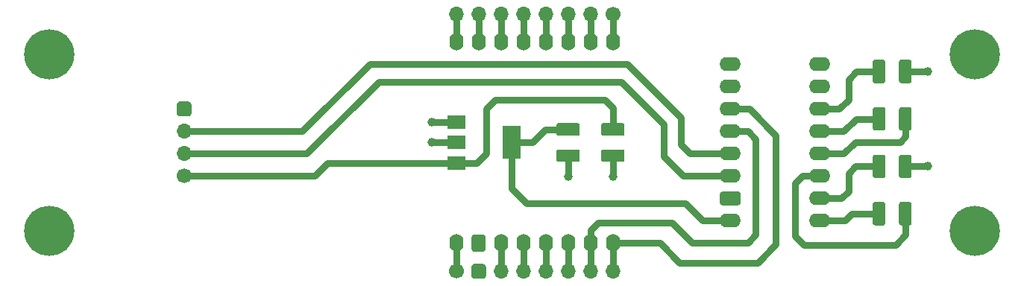
<source format=gbr>
G04 #@! TF.GenerationSoftware,KiCad,Pcbnew,5.1.5+dfsg1-2build2*
G04 #@! TF.CreationDate,2020-06-04T23:38:43+02:00*
G04 #@! TF.ProjectId,termint-wifi,7465726d-696e-4742-9d77-6966692e6b69,rev?*
G04 #@! TF.SameCoordinates,Original*
G04 #@! TF.FileFunction,Copper,L1,Top*
G04 #@! TF.FilePolarity,Positive*
%FSLAX46Y46*%
G04 Gerber Fmt 4.6, Leading zero omitted, Abs format (unit mm)*
G04 Created by KiCad (PCBNEW 5.1.5+dfsg1-2build2) date 2020-06-04 23:38:43*
%MOMM*%
%LPD*%
G04 APERTURE LIST*
%ADD10C,0.100000*%
%ADD11O,1.600000X2.000000*%
%ADD12O,1.700000X1.700000*%
%ADD13C,1.700000*%
%ADD14C,5.700000*%
%ADD15O,2.400000X1.600000*%
%ADD16R,2.000000X1.500000*%
%ADD17R,2.000000X3.800000*%
%ADD18C,1.000000*%
%ADD19C,0.800000*%
G04 APERTURE END LIST*
G04 #@! TA.AperFunction,SMDPad,CuDef*
D10*
G36*
X155144504Y-68376203D02*
G01*
X155168773Y-68379803D01*
X155192571Y-68385764D01*
X155215671Y-68394029D01*
X155237849Y-68404519D01*
X155258893Y-68417132D01*
X155278598Y-68431746D01*
X155296777Y-68448222D01*
X155313253Y-68466401D01*
X155327867Y-68486106D01*
X155340480Y-68507150D01*
X155350970Y-68529328D01*
X155359235Y-68552428D01*
X155365196Y-68576226D01*
X155368796Y-68600495D01*
X155370000Y-68624999D01*
X155370000Y-70774999D01*
X155368796Y-70799503D01*
X155365196Y-70823772D01*
X155359235Y-70847570D01*
X155350970Y-70870670D01*
X155340480Y-70892848D01*
X155327867Y-70913892D01*
X155313253Y-70933597D01*
X155296777Y-70951776D01*
X155278598Y-70968252D01*
X155258893Y-70982866D01*
X155237849Y-70995479D01*
X155215671Y-71005969D01*
X155192571Y-71014234D01*
X155168773Y-71020195D01*
X155144504Y-71023795D01*
X155120000Y-71024999D01*
X154195000Y-71024999D01*
X154170496Y-71023795D01*
X154146227Y-71020195D01*
X154122429Y-71014234D01*
X154099329Y-71005969D01*
X154077151Y-70995479D01*
X154056107Y-70982866D01*
X154036402Y-70968252D01*
X154018223Y-70951776D01*
X154001747Y-70933597D01*
X153987133Y-70913892D01*
X153974520Y-70892848D01*
X153964030Y-70870670D01*
X153955765Y-70847570D01*
X153949804Y-70823772D01*
X153946204Y-70799503D01*
X153945000Y-70774999D01*
X153945000Y-68624999D01*
X153946204Y-68600495D01*
X153949804Y-68576226D01*
X153955765Y-68552428D01*
X153964030Y-68529328D01*
X153974520Y-68507150D01*
X153987133Y-68486106D01*
X154001747Y-68466401D01*
X154018223Y-68448222D01*
X154036402Y-68431746D01*
X154056107Y-68417132D01*
X154077151Y-68404519D01*
X154099329Y-68394029D01*
X154122429Y-68385764D01*
X154146227Y-68379803D01*
X154170496Y-68376203D01*
X154195000Y-68374999D01*
X155120000Y-68374999D01*
X155144504Y-68376203D01*
G37*
G04 #@! TD.AperFunction*
G04 #@! TA.AperFunction,SMDPad,CuDef*
G36*
X152169504Y-68376203D02*
G01*
X152193773Y-68379803D01*
X152217571Y-68385764D01*
X152240671Y-68394029D01*
X152262849Y-68404519D01*
X152283893Y-68417132D01*
X152303598Y-68431746D01*
X152321777Y-68448222D01*
X152338253Y-68466401D01*
X152352867Y-68486106D01*
X152365480Y-68507150D01*
X152375970Y-68529328D01*
X152384235Y-68552428D01*
X152390196Y-68576226D01*
X152393796Y-68600495D01*
X152395000Y-68624999D01*
X152395000Y-70774999D01*
X152393796Y-70799503D01*
X152390196Y-70823772D01*
X152384235Y-70847570D01*
X152375970Y-70870670D01*
X152365480Y-70892848D01*
X152352867Y-70913892D01*
X152338253Y-70933597D01*
X152321777Y-70951776D01*
X152303598Y-70968252D01*
X152283893Y-70982866D01*
X152262849Y-70995479D01*
X152240671Y-71005969D01*
X152217571Y-71014234D01*
X152193773Y-71020195D01*
X152169504Y-71023795D01*
X152145000Y-71024999D01*
X151220000Y-71024999D01*
X151195496Y-71023795D01*
X151171227Y-71020195D01*
X151147429Y-71014234D01*
X151124329Y-71005969D01*
X151102151Y-70995479D01*
X151081107Y-70982866D01*
X151061402Y-70968252D01*
X151043223Y-70951776D01*
X151026747Y-70933597D01*
X151012133Y-70913892D01*
X150999520Y-70892848D01*
X150989030Y-70870670D01*
X150980765Y-70847570D01*
X150974804Y-70823772D01*
X150971204Y-70799503D01*
X150970000Y-70774999D01*
X150970000Y-68624999D01*
X150971204Y-68600495D01*
X150974804Y-68576226D01*
X150980765Y-68552428D01*
X150989030Y-68529328D01*
X150999520Y-68507150D01*
X151012133Y-68486106D01*
X151026747Y-68466401D01*
X151043223Y-68448222D01*
X151061402Y-68431746D01*
X151081107Y-68417132D01*
X151102151Y-68404519D01*
X151124329Y-68394029D01*
X151147429Y-68385764D01*
X151171227Y-68379803D01*
X151195496Y-68376203D01*
X151220000Y-68374999D01*
X152145000Y-68374999D01*
X152169504Y-68376203D01*
G37*
G04 #@! TD.AperFunction*
G04 #@! TA.AperFunction,SMDPad,CuDef*
G36*
X152169504Y-62976205D02*
G01*
X152193773Y-62979805D01*
X152217571Y-62985766D01*
X152240671Y-62994031D01*
X152262849Y-63004521D01*
X152283893Y-63017134D01*
X152303598Y-63031748D01*
X152321777Y-63048224D01*
X152338253Y-63066403D01*
X152352867Y-63086108D01*
X152365480Y-63107152D01*
X152375970Y-63129330D01*
X152384235Y-63152430D01*
X152390196Y-63176228D01*
X152393796Y-63200497D01*
X152395000Y-63225001D01*
X152395000Y-65375001D01*
X152393796Y-65399505D01*
X152390196Y-65423774D01*
X152384235Y-65447572D01*
X152375970Y-65470672D01*
X152365480Y-65492850D01*
X152352867Y-65513894D01*
X152338253Y-65533599D01*
X152321777Y-65551778D01*
X152303598Y-65568254D01*
X152283893Y-65582868D01*
X152262849Y-65595481D01*
X152240671Y-65605971D01*
X152217571Y-65614236D01*
X152193773Y-65620197D01*
X152169504Y-65623797D01*
X152145000Y-65625001D01*
X151220000Y-65625001D01*
X151195496Y-65623797D01*
X151171227Y-65620197D01*
X151147429Y-65614236D01*
X151124329Y-65605971D01*
X151102151Y-65595481D01*
X151081107Y-65582868D01*
X151061402Y-65568254D01*
X151043223Y-65551778D01*
X151026747Y-65533599D01*
X151012133Y-65513894D01*
X150999520Y-65492850D01*
X150989030Y-65470672D01*
X150980765Y-65447572D01*
X150974804Y-65423774D01*
X150971204Y-65399505D01*
X150970000Y-65375001D01*
X150970000Y-63225001D01*
X150971204Y-63200497D01*
X150974804Y-63176228D01*
X150980765Y-63152430D01*
X150989030Y-63129330D01*
X150999520Y-63107152D01*
X151012133Y-63086108D01*
X151026747Y-63066403D01*
X151043223Y-63048224D01*
X151061402Y-63031748D01*
X151081107Y-63017134D01*
X151102151Y-63004521D01*
X151124329Y-62994031D01*
X151147429Y-62985766D01*
X151171227Y-62979805D01*
X151195496Y-62976205D01*
X151220000Y-62975001D01*
X152145000Y-62975001D01*
X152169504Y-62976205D01*
G37*
G04 #@! TD.AperFunction*
G04 #@! TA.AperFunction,SMDPad,CuDef*
G36*
X155144504Y-62976205D02*
G01*
X155168773Y-62979805D01*
X155192571Y-62985766D01*
X155215671Y-62994031D01*
X155237849Y-63004521D01*
X155258893Y-63017134D01*
X155278598Y-63031748D01*
X155296777Y-63048224D01*
X155313253Y-63066403D01*
X155327867Y-63086108D01*
X155340480Y-63107152D01*
X155350970Y-63129330D01*
X155359235Y-63152430D01*
X155365196Y-63176228D01*
X155368796Y-63200497D01*
X155370000Y-63225001D01*
X155370000Y-65375001D01*
X155368796Y-65399505D01*
X155365196Y-65423774D01*
X155359235Y-65447572D01*
X155350970Y-65470672D01*
X155340480Y-65492850D01*
X155327867Y-65513894D01*
X155313253Y-65533599D01*
X155296777Y-65551778D01*
X155278598Y-65568254D01*
X155258893Y-65582868D01*
X155237849Y-65595481D01*
X155215671Y-65605971D01*
X155192571Y-65614236D01*
X155168773Y-65620197D01*
X155144504Y-65623797D01*
X155120000Y-65625001D01*
X154195000Y-65625001D01*
X154170496Y-65623797D01*
X154146227Y-65620197D01*
X154122429Y-65614236D01*
X154099329Y-65605971D01*
X154077151Y-65595481D01*
X154056107Y-65582868D01*
X154036402Y-65568254D01*
X154018223Y-65551778D01*
X154001747Y-65533599D01*
X153987133Y-65513894D01*
X153974520Y-65492850D01*
X153964030Y-65470672D01*
X153955765Y-65447572D01*
X153949804Y-65423774D01*
X153946204Y-65399505D01*
X153945000Y-65375001D01*
X153945000Y-63225001D01*
X153946204Y-63200497D01*
X153949804Y-63176228D01*
X153955765Y-63152430D01*
X153964030Y-63129330D01*
X153974520Y-63107152D01*
X153987133Y-63086108D01*
X154001747Y-63066403D01*
X154018223Y-63048224D01*
X154036402Y-63031748D01*
X154056107Y-63017134D01*
X154077151Y-63004521D01*
X154099329Y-62994031D01*
X154122429Y-62985766D01*
X154146227Y-62979805D01*
X154170496Y-62976205D01*
X154195000Y-62975001D01*
X155120000Y-62975001D01*
X155144504Y-62976205D01*
G37*
G04 #@! TD.AperFunction*
G04 #@! TA.AperFunction,SMDPad,CuDef*
G36*
X155144504Y-57591204D02*
G01*
X155168773Y-57594804D01*
X155192571Y-57600765D01*
X155215671Y-57609030D01*
X155237849Y-57619520D01*
X155258893Y-57632133D01*
X155278598Y-57646747D01*
X155296777Y-57663223D01*
X155313253Y-57681402D01*
X155327867Y-57701107D01*
X155340480Y-57722151D01*
X155350970Y-57744329D01*
X155359235Y-57767429D01*
X155365196Y-57791227D01*
X155368796Y-57815496D01*
X155370000Y-57840000D01*
X155370000Y-59990000D01*
X155368796Y-60014504D01*
X155365196Y-60038773D01*
X155359235Y-60062571D01*
X155350970Y-60085671D01*
X155340480Y-60107849D01*
X155327867Y-60128893D01*
X155313253Y-60148598D01*
X155296777Y-60166777D01*
X155278598Y-60183253D01*
X155258893Y-60197867D01*
X155237849Y-60210480D01*
X155215671Y-60220970D01*
X155192571Y-60229235D01*
X155168773Y-60235196D01*
X155144504Y-60238796D01*
X155120000Y-60240000D01*
X154195000Y-60240000D01*
X154170496Y-60238796D01*
X154146227Y-60235196D01*
X154122429Y-60229235D01*
X154099329Y-60220970D01*
X154077151Y-60210480D01*
X154056107Y-60197867D01*
X154036402Y-60183253D01*
X154018223Y-60166777D01*
X154001747Y-60148598D01*
X153987133Y-60128893D01*
X153974520Y-60107849D01*
X153964030Y-60085671D01*
X153955765Y-60062571D01*
X153949804Y-60038773D01*
X153946204Y-60014504D01*
X153945000Y-59990000D01*
X153945000Y-57840000D01*
X153946204Y-57815496D01*
X153949804Y-57791227D01*
X153955765Y-57767429D01*
X153964030Y-57744329D01*
X153974520Y-57722151D01*
X153987133Y-57701107D01*
X154001747Y-57681402D01*
X154018223Y-57663223D01*
X154036402Y-57646747D01*
X154056107Y-57632133D01*
X154077151Y-57619520D01*
X154099329Y-57609030D01*
X154122429Y-57600765D01*
X154146227Y-57594804D01*
X154170496Y-57591204D01*
X154195000Y-57590000D01*
X155120000Y-57590000D01*
X155144504Y-57591204D01*
G37*
G04 #@! TD.AperFunction*
G04 #@! TA.AperFunction,SMDPad,CuDef*
G36*
X152169504Y-57591204D02*
G01*
X152193773Y-57594804D01*
X152217571Y-57600765D01*
X152240671Y-57609030D01*
X152262849Y-57619520D01*
X152283893Y-57632133D01*
X152303598Y-57646747D01*
X152321777Y-57663223D01*
X152338253Y-57681402D01*
X152352867Y-57701107D01*
X152365480Y-57722151D01*
X152375970Y-57744329D01*
X152384235Y-57767429D01*
X152390196Y-57791227D01*
X152393796Y-57815496D01*
X152395000Y-57840000D01*
X152395000Y-59990000D01*
X152393796Y-60014504D01*
X152390196Y-60038773D01*
X152384235Y-60062571D01*
X152375970Y-60085671D01*
X152365480Y-60107849D01*
X152352867Y-60128893D01*
X152338253Y-60148598D01*
X152321777Y-60166777D01*
X152303598Y-60183253D01*
X152283893Y-60197867D01*
X152262849Y-60210480D01*
X152240671Y-60220970D01*
X152217571Y-60229235D01*
X152193773Y-60235196D01*
X152169504Y-60238796D01*
X152145000Y-60240000D01*
X151220000Y-60240000D01*
X151195496Y-60238796D01*
X151171227Y-60235196D01*
X151147429Y-60229235D01*
X151124329Y-60220970D01*
X151102151Y-60210480D01*
X151081107Y-60197867D01*
X151061402Y-60183253D01*
X151043223Y-60166777D01*
X151026747Y-60148598D01*
X151012133Y-60128893D01*
X150999520Y-60107849D01*
X150989030Y-60085671D01*
X150980765Y-60062571D01*
X150974804Y-60038773D01*
X150971204Y-60014504D01*
X150970000Y-59990000D01*
X150970000Y-57840000D01*
X150971204Y-57815496D01*
X150974804Y-57791227D01*
X150980765Y-57767429D01*
X150989030Y-57744329D01*
X150999520Y-57722151D01*
X151012133Y-57701107D01*
X151026747Y-57681402D01*
X151043223Y-57663223D01*
X151061402Y-57646747D01*
X151081107Y-57632133D01*
X151102151Y-57619520D01*
X151124329Y-57609030D01*
X151147429Y-57600765D01*
X151171227Y-57594804D01*
X151195496Y-57591204D01*
X151220000Y-57590000D01*
X152145000Y-57590000D01*
X152169504Y-57591204D01*
G37*
G04 #@! TD.AperFunction*
G04 #@! TA.AperFunction,SMDPad,CuDef*
G36*
X155144504Y-73761204D02*
G01*
X155168773Y-73764804D01*
X155192571Y-73770765D01*
X155215671Y-73779030D01*
X155237849Y-73789520D01*
X155258893Y-73802133D01*
X155278598Y-73816747D01*
X155296777Y-73833223D01*
X155313253Y-73851402D01*
X155327867Y-73871107D01*
X155340480Y-73892151D01*
X155350970Y-73914329D01*
X155359235Y-73937429D01*
X155365196Y-73961227D01*
X155368796Y-73985496D01*
X155370000Y-74010000D01*
X155370000Y-76160000D01*
X155368796Y-76184504D01*
X155365196Y-76208773D01*
X155359235Y-76232571D01*
X155350970Y-76255671D01*
X155340480Y-76277849D01*
X155327867Y-76298893D01*
X155313253Y-76318598D01*
X155296777Y-76336777D01*
X155278598Y-76353253D01*
X155258893Y-76367867D01*
X155237849Y-76380480D01*
X155215671Y-76390970D01*
X155192571Y-76399235D01*
X155168773Y-76405196D01*
X155144504Y-76408796D01*
X155120000Y-76410000D01*
X154195000Y-76410000D01*
X154170496Y-76408796D01*
X154146227Y-76405196D01*
X154122429Y-76399235D01*
X154099329Y-76390970D01*
X154077151Y-76380480D01*
X154056107Y-76367867D01*
X154036402Y-76353253D01*
X154018223Y-76336777D01*
X154001747Y-76318598D01*
X153987133Y-76298893D01*
X153974520Y-76277849D01*
X153964030Y-76255671D01*
X153955765Y-76232571D01*
X153949804Y-76208773D01*
X153946204Y-76184504D01*
X153945000Y-76160000D01*
X153945000Y-74010000D01*
X153946204Y-73985496D01*
X153949804Y-73961227D01*
X153955765Y-73937429D01*
X153964030Y-73914329D01*
X153974520Y-73892151D01*
X153987133Y-73871107D01*
X154001747Y-73851402D01*
X154018223Y-73833223D01*
X154036402Y-73816747D01*
X154056107Y-73802133D01*
X154077151Y-73789520D01*
X154099329Y-73779030D01*
X154122429Y-73770765D01*
X154146227Y-73764804D01*
X154170496Y-73761204D01*
X154195000Y-73760000D01*
X155120000Y-73760000D01*
X155144504Y-73761204D01*
G37*
G04 #@! TD.AperFunction*
G04 #@! TA.AperFunction,SMDPad,CuDef*
G36*
X152169504Y-73761204D02*
G01*
X152193773Y-73764804D01*
X152217571Y-73770765D01*
X152240671Y-73779030D01*
X152262849Y-73789520D01*
X152283893Y-73802133D01*
X152303598Y-73816747D01*
X152321777Y-73833223D01*
X152338253Y-73851402D01*
X152352867Y-73871107D01*
X152365480Y-73892151D01*
X152375970Y-73914329D01*
X152384235Y-73937429D01*
X152390196Y-73961227D01*
X152393796Y-73985496D01*
X152395000Y-74010000D01*
X152395000Y-76160000D01*
X152393796Y-76184504D01*
X152390196Y-76208773D01*
X152384235Y-76232571D01*
X152375970Y-76255671D01*
X152365480Y-76277849D01*
X152352867Y-76298893D01*
X152338253Y-76318598D01*
X152321777Y-76336777D01*
X152303598Y-76353253D01*
X152283893Y-76367867D01*
X152262849Y-76380480D01*
X152240671Y-76390970D01*
X152217571Y-76399235D01*
X152193773Y-76405196D01*
X152169504Y-76408796D01*
X152145000Y-76410000D01*
X151220000Y-76410000D01*
X151195496Y-76408796D01*
X151171227Y-76405196D01*
X151147429Y-76399235D01*
X151124329Y-76390970D01*
X151102151Y-76380480D01*
X151081107Y-76367867D01*
X151061402Y-76353253D01*
X151043223Y-76336777D01*
X151026747Y-76318598D01*
X151012133Y-76298893D01*
X150999520Y-76277849D01*
X150989030Y-76255671D01*
X150980765Y-76232571D01*
X150974804Y-76208773D01*
X150971204Y-76184504D01*
X150970000Y-76160000D01*
X150970000Y-74010000D01*
X150971204Y-73985496D01*
X150974804Y-73961227D01*
X150980765Y-73937429D01*
X150989030Y-73914329D01*
X150999520Y-73892151D01*
X151012133Y-73871107D01*
X151026747Y-73851402D01*
X151043223Y-73833223D01*
X151061402Y-73816747D01*
X151081107Y-73802133D01*
X151102151Y-73789520D01*
X151124329Y-73779030D01*
X151147429Y-73770765D01*
X151171227Y-73764804D01*
X151195496Y-73761204D01*
X151220000Y-73760000D01*
X152145000Y-73760000D01*
X152169504Y-73761204D01*
G37*
G04 #@! TD.AperFunction*
G04 #@! TA.AperFunction,SMDPad,CuDef*
G36*
X122554504Y-67776204D02*
G01*
X122578773Y-67779804D01*
X122602571Y-67785765D01*
X122625671Y-67794030D01*
X122647849Y-67804520D01*
X122668893Y-67817133D01*
X122688598Y-67831747D01*
X122706777Y-67848223D01*
X122723253Y-67866402D01*
X122737867Y-67886107D01*
X122750480Y-67907151D01*
X122760970Y-67929329D01*
X122769235Y-67952429D01*
X122775196Y-67976227D01*
X122778796Y-68000496D01*
X122780000Y-68025000D01*
X122780000Y-68950000D01*
X122778796Y-68974504D01*
X122775196Y-68998773D01*
X122769235Y-69022571D01*
X122760970Y-69045671D01*
X122750480Y-69067849D01*
X122737867Y-69088893D01*
X122723253Y-69108598D01*
X122706777Y-69126777D01*
X122688598Y-69143253D01*
X122668893Y-69157867D01*
X122647849Y-69170480D01*
X122625671Y-69180970D01*
X122602571Y-69189235D01*
X122578773Y-69195196D01*
X122554504Y-69198796D01*
X122530000Y-69200000D01*
X120380000Y-69200000D01*
X120355496Y-69198796D01*
X120331227Y-69195196D01*
X120307429Y-69189235D01*
X120284329Y-69180970D01*
X120262151Y-69170480D01*
X120241107Y-69157867D01*
X120221402Y-69143253D01*
X120203223Y-69126777D01*
X120186747Y-69108598D01*
X120172133Y-69088893D01*
X120159520Y-69067849D01*
X120149030Y-69045671D01*
X120140765Y-69022571D01*
X120134804Y-68998773D01*
X120131204Y-68974504D01*
X120130000Y-68950000D01*
X120130000Y-68025000D01*
X120131204Y-68000496D01*
X120134804Y-67976227D01*
X120140765Y-67952429D01*
X120149030Y-67929329D01*
X120159520Y-67907151D01*
X120172133Y-67886107D01*
X120186747Y-67866402D01*
X120203223Y-67848223D01*
X120221402Y-67831747D01*
X120241107Y-67817133D01*
X120262151Y-67804520D01*
X120284329Y-67794030D01*
X120307429Y-67785765D01*
X120331227Y-67779804D01*
X120355496Y-67776204D01*
X120380000Y-67775000D01*
X122530000Y-67775000D01*
X122554504Y-67776204D01*
G37*
G04 #@! TD.AperFunction*
G04 #@! TA.AperFunction,SMDPad,CuDef*
G36*
X122554504Y-64801204D02*
G01*
X122578773Y-64804804D01*
X122602571Y-64810765D01*
X122625671Y-64819030D01*
X122647849Y-64829520D01*
X122668893Y-64842133D01*
X122688598Y-64856747D01*
X122706777Y-64873223D01*
X122723253Y-64891402D01*
X122737867Y-64911107D01*
X122750480Y-64932151D01*
X122760970Y-64954329D01*
X122769235Y-64977429D01*
X122775196Y-65001227D01*
X122778796Y-65025496D01*
X122780000Y-65050000D01*
X122780000Y-65975000D01*
X122778796Y-65999504D01*
X122775196Y-66023773D01*
X122769235Y-66047571D01*
X122760970Y-66070671D01*
X122750480Y-66092849D01*
X122737867Y-66113893D01*
X122723253Y-66133598D01*
X122706777Y-66151777D01*
X122688598Y-66168253D01*
X122668893Y-66182867D01*
X122647849Y-66195480D01*
X122625671Y-66205970D01*
X122602571Y-66214235D01*
X122578773Y-66220196D01*
X122554504Y-66223796D01*
X122530000Y-66225000D01*
X120380000Y-66225000D01*
X120355496Y-66223796D01*
X120331227Y-66220196D01*
X120307429Y-66214235D01*
X120284329Y-66205970D01*
X120262151Y-66195480D01*
X120241107Y-66182867D01*
X120221402Y-66168253D01*
X120203223Y-66151777D01*
X120186747Y-66133598D01*
X120172133Y-66113893D01*
X120159520Y-66092849D01*
X120149030Y-66070671D01*
X120140765Y-66047571D01*
X120134804Y-66023773D01*
X120131204Y-65999504D01*
X120130000Y-65975000D01*
X120130000Y-65050000D01*
X120131204Y-65025496D01*
X120134804Y-65001227D01*
X120140765Y-64977429D01*
X120149030Y-64954329D01*
X120159520Y-64932151D01*
X120172133Y-64911107D01*
X120186747Y-64891402D01*
X120203223Y-64873223D01*
X120221402Y-64856747D01*
X120241107Y-64842133D01*
X120262151Y-64829520D01*
X120284329Y-64819030D01*
X120307429Y-64810765D01*
X120331227Y-64804804D01*
X120355496Y-64801204D01*
X120380000Y-64800000D01*
X122530000Y-64800000D01*
X122554504Y-64801204D01*
G37*
G04 #@! TD.AperFunction*
G04 #@! TA.AperFunction,SMDPad,CuDef*
G36*
X117474504Y-67776204D02*
G01*
X117498773Y-67779804D01*
X117522571Y-67785765D01*
X117545671Y-67794030D01*
X117567849Y-67804520D01*
X117588893Y-67817133D01*
X117608598Y-67831747D01*
X117626777Y-67848223D01*
X117643253Y-67866402D01*
X117657867Y-67886107D01*
X117670480Y-67907151D01*
X117680970Y-67929329D01*
X117689235Y-67952429D01*
X117695196Y-67976227D01*
X117698796Y-68000496D01*
X117700000Y-68025000D01*
X117700000Y-68950000D01*
X117698796Y-68974504D01*
X117695196Y-68998773D01*
X117689235Y-69022571D01*
X117680970Y-69045671D01*
X117670480Y-69067849D01*
X117657867Y-69088893D01*
X117643253Y-69108598D01*
X117626777Y-69126777D01*
X117608598Y-69143253D01*
X117588893Y-69157867D01*
X117567849Y-69170480D01*
X117545671Y-69180970D01*
X117522571Y-69189235D01*
X117498773Y-69195196D01*
X117474504Y-69198796D01*
X117450000Y-69200000D01*
X115300000Y-69200000D01*
X115275496Y-69198796D01*
X115251227Y-69195196D01*
X115227429Y-69189235D01*
X115204329Y-69180970D01*
X115182151Y-69170480D01*
X115161107Y-69157867D01*
X115141402Y-69143253D01*
X115123223Y-69126777D01*
X115106747Y-69108598D01*
X115092133Y-69088893D01*
X115079520Y-69067849D01*
X115069030Y-69045671D01*
X115060765Y-69022571D01*
X115054804Y-68998773D01*
X115051204Y-68974504D01*
X115050000Y-68950000D01*
X115050000Y-68025000D01*
X115051204Y-68000496D01*
X115054804Y-67976227D01*
X115060765Y-67952429D01*
X115069030Y-67929329D01*
X115079520Y-67907151D01*
X115092133Y-67886107D01*
X115106747Y-67866402D01*
X115123223Y-67848223D01*
X115141402Y-67831747D01*
X115161107Y-67817133D01*
X115182151Y-67804520D01*
X115204329Y-67794030D01*
X115227429Y-67785765D01*
X115251227Y-67779804D01*
X115275496Y-67776204D01*
X115300000Y-67775000D01*
X117450000Y-67775000D01*
X117474504Y-67776204D01*
G37*
G04 #@! TD.AperFunction*
G04 #@! TA.AperFunction,SMDPad,CuDef*
G36*
X117474504Y-64801204D02*
G01*
X117498773Y-64804804D01*
X117522571Y-64810765D01*
X117545671Y-64819030D01*
X117567849Y-64829520D01*
X117588893Y-64842133D01*
X117608598Y-64856747D01*
X117626777Y-64873223D01*
X117643253Y-64891402D01*
X117657867Y-64911107D01*
X117670480Y-64932151D01*
X117680970Y-64954329D01*
X117689235Y-64977429D01*
X117695196Y-65001227D01*
X117698796Y-65025496D01*
X117700000Y-65050000D01*
X117700000Y-65975000D01*
X117698796Y-65999504D01*
X117695196Y-66023773D01*
X117689235Y-66047571D01*
X117680970Y-66070671D01*
X117670480Y-66092849D01*
X117657867Y-66113893D01*
X117643253Y-66133598D01*
X117626777Y-66151777D01*
X117608598Y-66168253D01*
X117588893Y-66182867D01*
X117567849Y-66195480D01*
X117545671Y-66205970D01*
X117522571Y-66214235D01*
X117498773Y-66220196D01*
X117474504Y-66223796D01*
X117450000Y-66225000D01*
X115300000Y-66225000D01*
X115275496Y-66223796D01*
X115251227Y-66220196D01*
X115227429Y-66214235D01*
X115204329Y-66205970D01*
X115182151Y-66195480D01*
X115161107Y-66182867D01*
X115141402Y-66168253D01*
X115123223Y-66151777D01*
X115106747Y-66133598D01*
X115092133Y-66113893D01*
X115079520Y-66092849D01*
X115069030Y-66070671D01*
X115060765Y-66047571D01*
X115054804Y-66023773D01*
X115051204Y-65999504D01*
X115050000Y-65975000D01*
X115050000Y-65050000D01*
X115051204Y-65025496D01*
X115054804Y-65001227D01*
X115060765Y-64977429D01*
X115069030Y-64954329D01*
X115079520Y-64932151D01*
X115092133Y-64911107D01*
X115106747Y-64891402D01*
X115123223Y-64873223D01*
X115141402Y-64856747D01*
X115161107Y-64842133D01*
X115182151Y-64829520D01*
X115204329Y-64819030D01*
X115227429Y-64810765D01*
X115251227Y-64804804D01*
X115275496Y-64801204D01*
X115300000Y-64800000D01*
X117450000Y-64800000D01*
X117474504Y-64801204D01*
G37*
G04 #@! TD.AperFunction*
D11*
X121455000Y-78430000D03*
X118915000Y-78430000D03*
X116375000Y-78430000D03*
X113835000Y-78430000D03*
X111295000Y-78430000D03*
X108755000Y-78430000D03*
G04 #@! TA.AperFunction,ComponentPad*
D10*
G36*
X106654207Y-77431926D02*
G01*
X106693036Y-77437686D01*
X106731114Y-77447224D01*
X106768073Y-77460448D01*
X106803559Y-77477231D01*
X106837228Y-77497412D01*
X106868757Y-77520796D01*
X106897843Y-77547157D01*
X106924204Y-77576243D01*
X106947588Y-77607772D01*
X106967769Y-77641441D01*
X106984552Y-77676927D01*
X106997776Y-77713886D01*
X107007314Y-77751964D01*
X107013074Y-77790793D01*
X107015000Y-77830000D01*
X107015000Y-79030000D01*
X107013074Y-79069207D01*
X107007314Y-79108036D01*
X106997776Y-79146114D01*
X106984552Y-79183073D01*
X106967769Y-79218559D01*
X106947588Y-79252228D01*
X106924204Y-79283757D01*
X106897843Y-79312843D01*
X106868757Y-79339204D01*
X106837228Y-79362588D01*
X106803559Y-79382769D01*
X106768073Y-79399552D01*
X106731114Y-79412776D01*
X106693036Y-79422314D01*
X106654207Y-79428074D01*
X106615000Y-79430000D01*
X105815000Y-79430000D01*
X105775793Y-79428074D01*
X105736964Y-79422314D01*
X105698886Y-79412776D01*
X105661927Y-79399552D01*
X105626441Y-79382769D01*
X105592772Y-79362588D01*
X105561243Y-79339204D01*
X105532157Y-79312843D01*
X105505796Y-79283757D01*
X105482412Y-79252228D01*
X105462231Y-79218559D01*
X105445448Y-79183073D01*
X105432224Y-79146114D01*
X105422686Y-79108036D01*
X105416926Y-79069207D01*
X105415000Y-79030000D01*
X105415000Y-77830000D01*
X105416926Y-77790793D01*
X105422686Y-77751964D01*
X105432224Y-77713886D01*
X105445448Y-77676927D01*
X105462231Y-77641441D01*
X105482412Y-77607772D01*
X105505796Y-77576243D01*
X105532157Y-77547157D01*
X105561243Y-77520796D01*
X105592772Y-77497412D01*
X105626441Y-77477231D01*
X105661927Y-77460448D01*
X105698886Y-77447224D01*
X105736964Y-77437686D01*
X105775793Y-77431926D01*
X105815000Y-77430000D01*
X106615000Y-77430000D01*
X106654207Y-77431926D01*
G37*
G04 #@! TD.AperFunction*
D11*
X103675000Y-78430000D03*
X103675000Y-55570000D03*
X106215000Y-55570000D03*
X108755000Y-55570000D03*
X111295000Y-55570000D03*
X113835000Y-55570000D03*
X116375000Y-55570000D03*
X121455000Y-55570000D03*
X118915000Y-55570000D03*
G04 #@! TA.AperFunction,ComponentPad*
D10*
G36*
X73237657Y-62332046D02*
G01*
X73278913Y-62338166D01*
X73319371Y-62348300D01*
X73358640Y-62362351D01*
X73396344Y-62380183D01*
X73432117Y-62401625D01*
X73465617Y-62426471D01*
X73496520Y-62454480D01*
X73524529Y-62485383D01*
X73549375Y-62518883D01*
X73570817Y-62554656D01*
X73588649Y-62592360D01*
X73602700Y-62631629D01*
X73612834Y-62672087D01*
X73618954Y-62713343D01*
X73621000Y-62755000D01*
X73621000Y-63605000D01*
X73618954Y-63646657D01*
X73612834Y-63687913D01*
X73602700Y-63728371D01*
X73588649Y-63767640D01*
X73570817Y-63805344D01*
X73549375Y-63841117D01*
X73524529Y-63874617D01*
X73496520Y-63905520D01*
X73465617Y-63933529D01*
X73432117Y-63958375D01*
X73396344Y-63979817D01*
X73358640Y-63997649D01*
X73319371Y-64011700D01*
X73278913Y-64021834D01*
X73237657Y-64027954D01*
X73196000Y-64030000D01*
X72346000Y-64030000D01*
X72304343Y-64027954D01*
X72263087Y-64021834D01*
X72222629Y-64011700D01*
X72183360Y-63997649D01*
X72145656Y-63979817D01*
X72109883Y-63958375D01*
X72076383Y-63933529D01*
X72045480Y-63905520D01*
X72017471Y-63874617D01*
X71992625Y-63841117D01*
X71971183Y-63805344D01*
X71953351Y-63767640D01*
X71939300Y-63728371D01*
X71929166Y-63687913D01*
X71923046Y-63646657D01*
X71921000Y-63605000D01*
X71921000Y-62755000D01*
X71923046Y-62713343D01*
X71929166Y-62672087D01*
X71939300Y-62631629D01*
X71953351Y-62592360D01*
X71971183Y-62554656D01*
X71992625Y-62518883D01*
X72017471Y-62485383D01*
X72045480Y-62454480D01*
X72076383Y-62426471D01*
X72109883Y-62401625D01*
X72145656Y-62380183D01*
X72183360Y-62362351D01*
X72222629Y-62348300D01*
X72263087Y-62338166D01*
X72304343Y-62332046D01*
X72346000Y-62330000D01*
X73196000Y-62330000D01*
X73237657Y-62332046D01*
G37*
G04 #@! TD.AperFunction*
D12*
X72771000Y-65720000D03*
X72771000Y-68260000D03*
D13*
X72771000Y-70800000D03*
D12*
X121455000Y-81630000D03*
X118915000Y-81630000D03*
X116375000Y-81630000D03*
X113835000Y-81630000D03*
X111295000Y-81630000D03*
X108755000Y-81630000D03*
G04 #@! TA.AperFunction,ComponentPad*
D10*
G36*
X106681657Y-80782046D02*
G01*
X106722913Y-80788166D01*
X106763371Y-80798300D01*
X106802640Y-80812351D01*
X106840344Y-80830183D01*
X106876117Y-80851625D01*
X106909617Y-80876471D01*
X106940520Y-80904480D01*
X106968529Y-80935383D01*
X106993375Y-80968883D01*
X107014817Y-81004656D01*
X107032649Y-81042360D01*
X107046700Y-81081629D01*
X107056834Y-81122087D01*
X107062954Y-81163343D01*
X107065000Y-81205000D01*
X107065000Y-82055000D01*
X107062954Y-82096657D01*
X107056834Y-82137913D01*
X107046700Y-82178371D01*
X107032649Y-82217640D01*
X107014817Y-82255344D01*
X106993375Y-82291117D01*
X106968529Y-82324617D01*
X106940520Y-82355520D01*
X106909617Y-82383529D01*
X106876117Y-82408375D01*
X106840344Y-82429817D01*
X106802640Y-82447649D01*
X106763371Y-82461700D01*
X106722913Y-82471834D01*
X106681657Y-82477954D01*
X106640000Y-82480000D01*
X105790000Y-82480000D01*
X105748343Y-82477954D01*
X105707087Y-82471834D01*
X105666629Y-82461700D01*
X105627360Y-82447649D01*
X105589656Y-82429817D01*
X105553883Y-82408375D01*
X105520383Y-82383529D01*
X105489480Y-82355520D01*
X105461471Y-82324617D01*
X105436625Y-82291117D01*
X105415183Y-82255344D01*
X105397351Y-82217640D01*
X105383300Y-82178371D01*
X105373166Y-82137913D01*
X105367046Y-82096657D01*
X105365000Y-82055000D01*
X105365000Y-81205000D01*
X105367046Y-81163343D01*
X105373166Y-81122087D01*
X105383300Y-81081629D01*
X105397351Y-81042360D01*
X105415183Y-81004656D01*
X105436625Y-80968883D01*
X105461471Y-80935383D01*
X105489480Y-80904480D01*
X105520383Y-80876471D01*
X105553883Y-80851625D01*
X105589656Y-80830183D01*
X105627360Y-80812351D01*
X105666629Y-80798300D01*
X105707087Y-80788166D01*
X105748343Y-80782046D01*
X105790000Y-80780000D01*
X106640000Y-80780000D01*
X106681657Y-80782046D01*
G37*
G04 #@! TD.AperFunction*
D13*
X103675000Y-81630000D03*
D12*
X103675000Y-52370000D03*
X106215000Y-52370000D03*
X108755000Y-52370000D03*
X111295000Y-52370000D03*
X113835000Y-52370000D03*
X116375000Y-52370000D03*
X118915000Y-52370000D03*
D13*
X121455000Y-52370000D03*
D14*
X162500000Y-57000000D03*
X162500000Y-77000000D03*
X57500000Y-77000000D03*
X57500000Y-57000000D03*
D15*
X134795000Y-75875000D03*
X144955000Y-58095000D03*
G04 #@! TA.AperFunction,ComponentPad*
D10*
G36*
X135634207Y-72536926D02*
G01*
X135673036Y-72542686D01*
X135711114Y-72552224D01*
X135748073Y-72565448D01*
X135783559Y-72582231D01*
X135817228Y-72602412D01*
X135848757Y-72625796D01*
X135877843Y-72652157D01*
X135904204Y-72681243D01*
X135927588Y-72712772D01*
X135947769Y-72746441D01*
X135964552Y-72781927D01*
X135977776Y-72818886D01*
X135987314Y-72856964D01*
X135993074Y-72895793D01*
X135995000Y-72935000D01*
X135995000Y-73735000D01*
X135993074Y-73774207D01*
X135987314Y-73813036D01*
X135977776Y-73851114D01*
X135964552Y-73888073D01*
X135947769Y-73923559D01*
X135927588Y-73957228D01*
X135904204Y-73988757D01*
X135877843Y-74017843D01*
X135848757Y-74044204D01*
X135817228Y-74067588D01*
X135783559Y-74087769D01*
X135748073Y-74104552D01*
X135711114Y-74117776D01*
X135673036Y-74127314D01*
X135634207Y-74133074D01*
X135595000Y-74135000D01*
X133995000Y-74135000D01*
X133955793Y-74133074D01*
X133916964Y-74127314D01*
X133878886Y-74117776D01*
X133841927Y-74104552D01*
X133806441Y-74087769D01*
X133772772Y-74067588D01*
X133741243Y-74044204D01*
X133712157Y-74017843D01*
X133685796Y-73988757D01*
X133662412Y-73957228D01*
X133642231Y-73923559D01*
X133625448Y-73888073D01*
X133612224Y-73851114D01*
X133602686Y-73813036D01*
X133596926Y-73774207D01*
X133595000Y-73735000D01*
X133595000Y-72935000D01*
X133596926Y-72895793D01*
X133602686Y-72856964D01*
X133612224Y-72818886D01*
X133625448Y-72781927D01*
X133642231Y-72746441D01*
X133662412Y-72712772D01*
X133685796Y-72681243D01*
X133712157Y-72652157D01*
X133741243Y-72625796D01*
X133772772Y-72602412D01*
X133806441Y-72582231D01*
X133841927Y-72565448D01*
X133878886Y-72552224D01*
X133916964Y-72542686D01*
X133955793Y-72536926D01*
X133995000Y-72535000D01*
X135595000Y-72535000D01*
X135634207Y-72536926D01*
G37*
G04 #@! TD.AperFunction*
D15*
X144955000Y-60635000D03*
X134795000Y-70795000D03*
X144955000Y-63175000D03*
X134795000Y-68255000D03*
X144955000Y-65715000D03*
X134795000Y-65715000D03*
X144955000Y-68255000D03*
X134795000Y-63175000D03*
X144955000Y-70795000D03*
X134795000Y-60635000D03*
X144955000Y-73335000D03*
X134795000Y-58095000D03*
X144955000Y-75875000D03*
D16*
X103675000Y-64700000D03*
X103675000Y-69300000D03*
X103675000Y-67000000D03*
D17*
X109975000Y-67000000D03*
D18*
X100908000Y-67000000D03*
X121455000Y-70900000D03*
X116375000Y-70900000D03*
X157200000Y-69699999D03*
X157200000Y-58915000D03*
X100908000Y-64700000D03*
D19*
X103675000Y-52370000D02*
X103675000Y-55570000D01*
X103675000Y-67000000D02*
X100908000Y-67000000D01*
X109975000Y-72256000D02*
X109975000Y-67000000D01*
X111633000Y-73914000D02*
X109975000Y-72256000D01*
X129667000Y-73914000D02*
X111633000Y-73914000D01*
X131628000Y-75875000D02*
X129667000Y-73914000D01*
X134795000Y-75875000D02*
X131628000Y-75875000D01*
X116375000Y-65512500D02*
X113811500Y-65512500D01*
X112324000Y-67000000D02*
X109975000Y-67000000D01*
X113811500Y-65512500D02*
X112324000Y-67000000D01*
X90361998Y-69300000D02*
X90339000Y-69300000D01*
X99525000Y-69300000D02*
X90361998Y-69300000D01*
X99525000Y-69300000D02*
X103675000Y-69300000D01*
X103675000Y-69300000D02*
X105960000Y-69300000D01*
X105960000Y-69300000D02*
X107061000Y-68199000D01*
X107061000Y-68199000D02*
X107061000Y-63119000D01*
X107061000Y-63119000D02*
X108077000Y-62103000D01*
X72771000Y-70800000D02*
X87569000Y-70800000D01*
X89069000Y-69300000D02*
X90361998Y-69300000D01*
X87569000Y-70800000D02*
X89069000Y-69300000D01*
X108077000Y-62103000D02*
X120523000Y-62103000D01*
X121455000Y-63035000D02*
X121455000Y-65512500D01*
X120523000Y-62103000D02*
X121455000Y-63035000D01*
X149111000Y-58915000D02*
X148209000Y-59817000D01*
X148209000Y-59817000D02*
X148209000Y-62103000D01*
X147137000Y-63175000D02*
X148209000Y-62103000D01*
X144955000Y-63175000D02*
X147137000Y-63175000D01*
X147645000Y-65715000D02*
X149059999Y-64300001D01*
X144955000Y-65715000D02*
X147645000Y-65715000D01*
X154043000Y-66929000D02*
X154657500Y-66314500D01*
X154657500Y-66314500D02*
X154657500Y-64300001D01*
X147645000Y-68255000D02*
X148971000Y-66929000D01*
X144955000Y-68255000D02*
X147645000Y-68255000D01*
X144955000Y-73335000D02*
X147391000Y-73335000D01*
X147391000Y-73335000D02*
X148209000Y-72517000D01*
X148209000Y-70485000D02*
X148994001Y-69699999D01*
X148209000Y-72517000D02*
X148209000Y-70485000D01*
X148994001Y-69699999D02*
X151682500Y-69699999D01*
X149059999Y-64300001D02*
X151682500Y-64300001D01*
X148971000Y-66929000D02*
X154043000Y-66929000D01*
X149111000Y-58915000D02*
X151682500Y-58915000D01*
X86172000Y-65720000D02*
X93853000Y-58039000D01*
X72771000Y-65720000D02*
X86172000Y-65720000D01*
X93853000Y-58039000D02*
X123063000Y-58039000D01*
X123063000Y-58039000D02*
X129159000Y-64135000D01*
X129159000Y-64135000D02*
X129159000Y-67183000D01*
X129159000Y-67183000D02*
X130231000Y-68255000D01*
X130231000Y-68255000D02*
X134795000Y-68255000D01*
X86680000Y-68260000D02*
X72771000Y-68260000D01*
X122428000Y-60071000D02*
X94869000Y-60071000D01*
X127254000Y-64897000D02*
X122428000Y-60071000D01*
X127254000Y-68580000D02*
X127254000Y-64897000D01*
X129469000Y-70795000D02*
X127254000Y-68580000D01*
X94869000Y-60071000D02*
X86680000Y-68260000D01*
X134795000Y-70795000D02*
X129469000Y-70795000D01*
X106215000Y-52370000D02*
X106215000Y-55570000D01*
X108755000Y-52370000D02*
X108755000Y-55570000D01*
X111295000Y-52370000D02*
X111295000Y-55570000D01*
X113835000Y-52370000D02*
X113835000Y-55570000D01*
X116375000Y-52370000D02*
X116375000Y-55570000D01*
X118915000Y-52370000D02*
X118915000Y-55570000D01*
X121455000Y-52370000D02*
X121455000Y-55570000D01*
X121455000Y-78430000D02*
X121455000Y-81630000D01*
X134795000Y-63175000D02*
X136978000Y-63175000D01*
X136978000Y-63175000D02*
X139970000Y-66167000D01*
X126817000Y-78430000D02*
X121455000Y-78430000D01*
X129032000Y-80645000D02*
X126817000Y-78430000D01*
X139970000Y-66167000D02*
X139970000Y-78597000D01*
X137922000Y-80645000D02*
X129032000Y-80645000D01*
X139970000Y-78597000D02*
X137922000Y-80645000D01*
X118915000Y-78430000D02*
X118915000Y-81630000D01*
X136795000Y-65715000D02*
X134795000Y-65715000D01*
X137684000Y-77470000D02*
X137684000Y-66604000D01*
X137684000Y-66604000D02*
X136795000Y-65715000D01*
X136795000Y-78359000D02*
X137684000Y-77470000D01*
X130429000Y-78359000D02*
X136795000Y-78359000D01*
X128143000Y-76073000D02*
X130429000Y-78359000D01*
X119761000Y-76073000D02*
X128143000Y-76073000D01*
X118915000Y-76919000D02*
X119761000Y-76073000D01*
X118915000Y-78430000D02*
X118915000Y-76919000D01*
X116375000Y-78430000D02*
X116375000Y-81630000D01*
X113835000Y-78430000D02*
X113835000Y-81630000D01*
X111295000Y-78430000D02*
X111295000Y-81630000D01*
X108755000Y-78430000D02*
X108755000Y-81630000D01*
X103675000Y-64700000D02*
X100908000Y-64700000D01*
X100908000Y-64700000D02*
X100908000Y-64700000D01*
X154657500Y-58915000D02*
X157200000Y-58915000D01*
X154657500Y-69699999D02*
X157200000Y-69699999D01*
X116375000Y-68487500D02*
X116375000Y-70900000D01*
X121455000Y-68487500D02*
X121455000Y-70900000D01*
X103675000Y-78430000D02*
X103675000Y-81630000D01*
X142955000Y-70795000D02*
X142129000Y-71621000D01*
X144955000Y-70795000D02*
X142955000Y-70795000D01*
X142129000Y-71621000D02*
X142129000Y-77613000D01*
X142129000Y-77613000D02*
X143129000Y-78613000D01*
X154657500Y-77490500D02*
X154657500Y-75085000D01*
X153535000Y-78613000D02*
X154657500Y-77490500D01*
X143129000Y-78613000D02*
X153535000Y-78613000D01*
X144955000Y-75875000D02*
X147772000Y-75875000D01*
X147772000Y-75875000D02*
X148562000Y-75085000D01*
X148562000Y-75085000D02*
X151682500Y-75085000D01*
M02*

</source>
